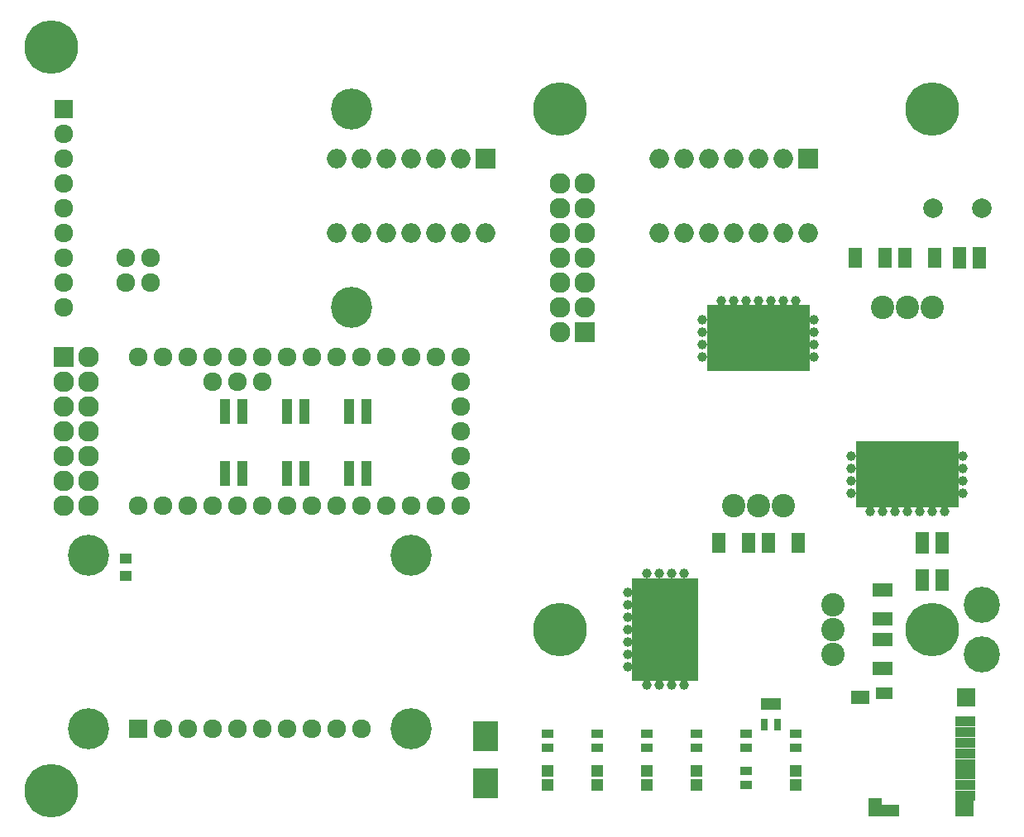
<source format=gbr>
G04 #@! TF.FileFunction,Soldermask,Top*
%FSLAX46Y46*%
G04 Gerber Fmt 4.6, Leading zero omitted, Abs format (unit mm)*
G04 Created by KiCad (PCBNEW 4.0.6) date Tuesday, June 20, 2017 'PMt' 02:00:50 PM*
%MOMM*%
%LPD*%
G01*
G04 APERTURE LIST*
%ADD10C,0.100000*%
%ADD11R,2.000000X2.000000*%
%ADD12O,2.000000X2.000000*%
%ADD13R,1.400000X2.000000*%
%ADD14R,2.000000X1.400000*%
%ADD15C,1.924000*%
%ADD16R,0.800000X1.300000*%
%ADD17R,1.000000X1.000000*%
%ADD18R,1.000000X0.800000*%
%ADD19R,1.200000X1.000000*%
%ADD20R,1.400000X2.300000*%
%ADD21C,4.210000*%
%ADD22R,1.924000X1.924000*%
%ADD23C,3.700000*%
%ADD24R,1.197560X1.197560*%
%ADD25R,1.300000X0.900000*%
%ADD26R,2.560000X3.154000*%
%ADD27R,1.800000X1.200000*%
%ADD28R,1.950000X1.400000*%
%ADD29R,1.400000X1.850000*%
%ADD30R,1.900000X1.200000*%
%ADD31R,2.150000X1.100000*%
%ADD32R,1.900000X1.700000*%
%ADD33R,1.900000X1.900000*%
%ADD34C,5.480000*%
%ADD35R,2.127200X2.127200*%
%ADD36O,2.127200X2.127200*%
%ADD37C,1.000000*%
%ADD38C,2.400000*%
%ADD39R,10.560000X6.750000*%
%ADD40R,6.750000X10.560000*%
%ADD41C,2.000000*%
G04 APERTURE END LIST*
D10*
D11*
X165100000Y-78740000D03*
D12*
X149860000Y-86360000D03*
X162560000Y-78740000D03*
X152400000Y-86360000D03*
X160020000Y-78740000D03*
X154940000Y-86360000D03*
X157480000Y-78740000D03*
X157480000Y-86360000D03*
X154940000Y-78740000D03*
X160020000Y-86360000D03*
X152400000Y-78740000D03*
X162560000Y-86360000D03*
X149860000Y-78740000D03*
X165100000Y-86360000D03*
D11*
X198120000Y-78740000D03*
D12*
X182880000Y-86360000D03*
X195580000Y-78740000D03*
X185420000Y-86360000D03*
X193040000Y-78740000D03*
X187960000Y-86360000D03*
X190500000Y-78740000D03*
X190500000Y-86360000D03*
X187960000Y-78740000D03*
X193040000Y-86360000D03*
X185420000Y-78740000D03*
X195580000Y-86360000D03*
X182880000Y-78740000D03*
X198120000Y-86360000D03*
D13*
X211050000Y-88900000D03*
X208050000Y-88900000D03*
X202970000Y-88900000D03*
X205970000Y-88900000D03*
X189000000Y-118110000D03*
X192000000Y-118110000D03*
X197080000Y-118110000D03*
X194080000Y-118110000D03*
D14*
X205740000Y-131040000D03*
X205740000Y-128040000D03*
X205740000Y-122960000D03*
X205740000Y-125960000D03*
D15*
X128270000Y-88900000D03*
X130810000Y-88900000D03*
X128270000Y-91440000D03*
X130810000Y-91440000D03*
D16*
X193675000Y-134620000D03*
X194325000Y-134620000D03*
X194975000Y-134620000D03*
X194975000Y-136820000D03*
X193675000Y-136820000D03*
D17*
X138430000Y-111760000D03*
D18*
X138430000Y-111010000D03*
D17*
X138430000Y-110260000D03*
X140230000Y-110260000D03*
D18*
X140230000Y-111010000D03*
D17*
X140230000Y-111760000D03*
X144780000Y-111760000D03*
D18*
X144780000Y-111010000D03*
D17*
X144780000Y-110260000D03*
X146580000Y-110260000D03*
D18*
X146580000Y-111010000D03*
D17*
X146580000Y-111760000D03*
X151130000Y-111760000D03*
D18*
X151130000Y-111010000D03*
D17*
X151130000Y-110260000D03*
X152930000Y-110260000D03*
D18*
X152930000Y-111010000D03*
D17*
X152930000Y-111760000D03*
X151130000Y-105410000D03*
D18*
X151130000Y-104660000D03*
D17*
X151130000Y-103910000D03*
X152930000Y-103910000D03*
D18*
X152930000Y-104660000D03*
D17*
X152930000Y-105410000D03*
X144780000Y-105410000D03*
D18*
X144780000Y-104660000D03*
D17*
X144780000Y-103910000D03*
X146580000Y-103910000D03*
D18*
X146580000Y-104660000D03*
D17*
X146580000Y-105410000D03*
X138430000Y-105410000D03*
D18*
X138430000Y-104660000D03*
D17*
X138430000Y-103910000D03*
X140230000Y-103910000D03*
D18*
X140230000Y-104660000D03*
D17*
X140230000Y-105410000D03*
D19*
X128270000Y-119800000D03*
X128270000Y-121500000D03*
D20*
X211820000Y-118110000D03*
X209820000Y-118110000D03*
X211820000Y-121920000D03*
X209820000Y-121920000D03*
D21*
X151384000Y-73660000D03*
X151384000Y-93980000D03*
D22*
X121920000Y-73660000D03*
D15*
X121920000Y-76200000D03*
X121920000Y-78740000D03*
X121920000Y-81280000D03*
X121920000Y-83820000D03*
X121920000Y-86360000D03*
X121920000Y-88900000D03*
X121920000Y-91440000D03*
X121920000Y-93980000D03*
D21*
X124460000Y-137160000D03*
X124460000Y-119380000D03*
X157480000Y-119380000D03*
X157480000Y-137160000D03*
D22*
X129540000Y-137160000D03*
D15*
X132080000Y-137160000D03*
X134620000Y-137160000D03*
X137160000Y-137160000D03*
X139700000Y-137160000D03*
X142240000Y-137160000D03*
X144780000Y-137160000D03*
X147320000Y-137160000D03*
X149860000Y-137160000D03*
X152400000Y-137160000D03*
D23*
X215900000Y-129540000D03*
X215900000Y-124460000D03*
D24*
X171450000Y-141490700D03*
X171450000Y-142989300D03*
X176530000Y-141490700D03*
X176530000Y-142989300D03*
X181610000Y-141490700D03*
X181610000Y-142989300D03*
X186690000Y-141490700D03*
X186690000Y-142989300D03*
X196850000Y-141490700D03*
X196850000Y-142989300D03*
D25*
X171450000Y-139180000D03*
X171450000Y-137680000D03*
X176530000Y-139180000D03*
X176530000Y-137680000D03*
X181610000Y-139180000D03*
X181610000Y-137680000D03*
X186690000Y-139180000D03*
X186690000Y-137680000D03*
X196850000Y-139180000D03*
X196850000Y-137680000D03*
X191770000Y-139180000D03*
X191770000Y-137680000D03*
X191770000Y-142990000D03*
X191770000Y-141490000D03*
D26*
X165100000Y-142748000D03*
X165100000Y-137922000D03*
D27*
X205880000Y-133600000D03*
D28*
X203455000Y-134000000D03*
D29*
X205030000Y-145225000D03*
D30*
X206530000Y-145550000D03*
D31*
X214255000Y-144100000D03*
X214255000Y-143000000D03*
X214255000Y-141900000D03*
X214255000Y-140800000D03*
X214255000Y-139700000D03*
X214255000Y-138600000D03*
X214255000Y-137500000D03*
X214255000Y-136400000D03*
D32*
X214130000Y-145300000D03*
D33*
X214280000Y-133950000D03*
D34*
X172720000Y-127000000D03*
X210820000Y-127000000D03*
X210820000Y-73660000D03*
D35*
X175260000Y-96520000D03*
D36*
X172720000Y-96520000D03*
X175260000Y-93980000D03*
X172720000Y-93980000D03*
X175260000Y-91440000D03*
X172720000Y-91440000D03*
X175260000Y-88900000D03*
X172720000Y-88900000D03*
X175260000Y-86360000D03*
X172720000Y-86360000D03*
X175260000Y-83820000D03*
X172720000Y-83820000D03*
X175260000Y-81280000D03*
X172720000Y-81280000D03*
D34*
X172720000Y-73660000D03*
D35*
X121920000Y-99060000D03*
D36*
X124460000Y-99060000D03*
X121920000Y-101600000D03*
X124460000Y-101600000D03*
X121920000Y-104140000D03*
X124460000Y-104140000D03*
X121920000Y-106680000D03*
X124460000Y-106680000D03*
X121920000Y-109220000D03*
X124460000Y-109220000D03*
X121920000Y-111760000D03*
X124460000Y-111760000D03*
X121920000Y-114300000D03*
X124460000Y-114300000D03*
D34*
X120650000Y-67310000D03*
X120650000Y-143510000D03*
D37*
X204470000Y-114935000D03*
X205740000Y-114935000D03*
X207010000Y-114935000D03*
X212090000Y-114935000D03*
X210820000Y-114935000D03*
X209550000Y-114935000D03*
X208280000Y-114935000D03*
X213995000Y-113030000D03*
X213995000Y-111760000D03*
X213995000Y-110490000D03*
X213995000Y-109220000D03*
X202565000Y-109220000D03*
X202565000Y-110490000D03*
X202565000Y-111760000D03*
X202565000Y-113030000D03*
D38*
X210820000Y-93980000D03*
X208280000Y-93980000D03*
X205740000Y-93980000D03*
D39*
X208280000Y-111125000D03*
D37*
X196850000Y-93345000D03*
X195580000Y-93345000D03*
X194310000Y-93345000D03*
X189230000Y-93345000D03*
X190500000Y-93345000D03*
X191770000Y-93345000D03*
X193040000Y-93345000D03*
X187325000Y-95250000D03*
X187325000Y-96520000D03*
X187325000Y-97790000D03*
X187325000Y-99060000D03*
X198755000Y-99060000D03*
X198755000Y-97790000D03*
X198755000Y-96520000D03*
X198755000Y-95250000D03*
D38*
X190500000Y-114300000D03*
X193040000Y-114300000D03*
X195580000Y-114300000D03*
D39*
X193040000Y-97155000D03*
D37*
X179705000Y-123190000D03*
X179705000Y-124460000D03*
X179705000Y-125730000D03*
X179705000Y-130810000D03*
X179705000Y-129540000D03*
X179705000Y-128270000D03*
X179705000Y-127000000D03*
X181610000Y-132715000D03*
X182880000Y-132715000D03*
X184150000Y-132715000D03*
X185420000Y-132715000D03*
X185420000Y-121285000D03*
X184150000Y-121285000D03*
X182880000Y-121285000D03*
X181610000Y-121285000D03*
D38*
X200660000Y-129540000D03*
X200660000Y-127000000D03*
X200660000Y-124460000D03*
D40*
X183515000Y-127000000D03*
D20*
X215630000Y-88900000D03*
X213630000Y-88900000D03*
D41*
X215900000Y-83820000D03*
X210900000Y-83820000D03*
D15*
X129540000Y-114300000D03*
X132080000Y-114300000D03*
X134620000Y-114300000D03*
X137160000Y-114300000D03*
X139700000Y-114300000D03*
X142240000Y-114300000D03*
X144780000Y-114300000D03*
X147320000Y-114300000D03*
X149860000Y-114300000D03*
X152400000Y-114300000D03*
X154940000Y-114300000D03*
X157480000Y-114300000D03*
X160020000Y-114300000D03*
X162560000Y-114300000D03*
X162560000Y-99060000D03*
X160020000Y-99060000D03*
X157480000Y-99060000D03*
X154940000Y-99060000D03*
X152400000Y-99060000D03*
X149860000Y-99060000D03*
X147320000Y-99060000D03*
X144780000Y-99060000D03*
X142240000Y-99060000D03*
X139700000Y-99060000D03*
X137160000Y-99060000D03*
X134620000Y-99060000D03*
X132080000Y-99060000D03*
X129540000Y-99060000D03*
X137160000Y-101600000D03*
X139700000Y-101600000D03*
X142240000Y-101600000D03*
X162560000Y-101600000D03*
X162560000Y-104140000D03*
X162560000Y-106680000D03*
X162560000Y-109220000D03*
X162560000Y-111760000D03*
M02*

</source>
